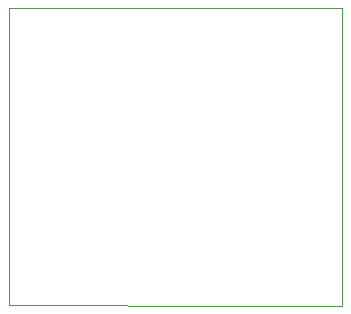
<source format=gbl>
G75*
G71*
%OFA0B0*%
%FSLAX23Y23*%
%IPPOS*%
%LPD*%
%ADD10C,0.1*%
%LPD*%D10*
X0Y55D02*
X0Y155D01*
X0Y254D01*
X0Y354D01*
X0Y454D01*
X0Y553D01*
X0Y653D01*
X0Y752D01*
X0Y852D01*
X0Y952D01*
X0Y1051D01*
X0Y1151D01*
X0Y1250D01*
X0Y1350D01*
X0Y1450D01*
X0Y1549D01*
X0Y1649D01*
X0Y1748D01*
X0Y1848D01*
X0Y1948D01*
X0Y2047D01*
X0Y2147D01*
X0Y2246D01*
X0Y2346D01*
X0Y2446D01*
X0Y2545D01*
X0Y2645D01*
X0Y2744D01*
X0Y2844D01*
X0Y2944D01*
X0Y3043D01*
X0Y3143D01*
X0Y3243D01*
X0Y3342D01*
X0Y3442D01*
X0Y3541D01*
X0Y3641D01*
X0Y3741D01*
X0Y3840D01*
X0Y3940D01*
X0Y4039D01*
X0Y4139D01*
X0Y4239D01*
X0Y4338D01*
X0Y4438D01*
X0Y4537D01*
X0Y4637D01*
X0Y4737D01*
X0Y4836D01*
X0Y4936D01*
X0Y5035D01*
X0Y5135D01*
X0Y5235D01*
X0Y5334D01*
X0Y5434D01*
X0Y5534D01*
X0Y5633D01*
X0Y5733D01*
X0Y5832D01*
X0Y5932D01*
X0Y6032D01*
X0Y6131D01*
X0Y6231D01*
X0Y6330D01*
X0Y6430D01*
X0Y6530D01*
X0Y6629D01*
X0Y6729D01*
X0Y6828D01*
X0Y6928D01*
X0Y7028D01*
X0Y7127D01*
X0Y7227D01*
X0Y7327D01*
X0Y7426D01*
X0Y7526D01*
X0Y7625D01*
X0Y7725D01*
X0Y7825D01*
X0Y7924D01*
X0Y8024D01*
X0Y8123D01*
X0Y8223D01*
X0Y8323D01*
X0Y8422D01*
X0Y8522D01*
X0Y8621D01*
X0Y8721D01*
X0Y8821D01*
X0Y8920D01*
X0Y9020D01*
X0Y9119D01*
X0Y9219D01*
X0Y9319D01*
X0Y9418D01*
X0Y9518D01*
X0Y9617D01*
X0Y9717D01*
X0Y9817D01*
X0Y9916D01*
X0Y10016D01*
X0Y10116D01*
X0Y10215D01*
X0Y10315D01*
X0Y10414D01*
X0Y10514D01*
X0Y10614D01*
X0Y10713D01*
X0Y10813D01*
X0Y10912D01*
X0Y11012D01*
X0Y11112D01*
X0Y11211D01*
X0Y11311D01*
X0Y11410D01*
X0Y11510D01*
X0Y11610D01*
X0Y11709D01*
X0Y11809D01*
X0Y11909D01*
X0Y12008D01*
X0Y12108D01*
X0Y12207D01*
X0Y12307D01*
X0Y12407D01*
X0Y12506D01*
X0Y12606D01*
X0Y12705D01*
X0Y12805D01*
X0Y12905D01*
X0Y13004D01*
X0Y13104D01*
X0Y13203D01*
X0Y13303D01*
X0Y13403D01*
X0Y13502D01*
X0Y13602D01*
X0Y13701D01*
X0Y13801D01*
X0Y13901D01*
X0Y14000D01*
X0Y14100D01*
X0Y14199D01*
X0Y14299D01*
X0Y14399D01*
X0Y14498D01*
X0Y14598D01*
X0Y14698D01*
X0Y14797D01*
X0Y14897D01*
X0Y14996D01*
X0Y15096D01*
X0Y15196D01*
X0Y15295D01*
X0Y15395D01*
X0Y15494D01*
X0Y15594D01*
X0Y15694D01*
X0Y15793D01*
X0Y15893D01*
X0Y15992D01*
X0Y16092D01*
X0Y16192D01*
X0Y16291D01*
X0Y16391D01*
X0Y16491D01*
X0Y16590D01*
X0Y16690D01*
X0Y16789D01*
X0Y16889D01*
X0Y16989D01*
X0Y17088D01*
X0Y17188D01*
X0Y17287D01*
X0Y17387D01*
X0Y17487D01*
X0Y17586D01*
X0Y17686D01*
X0Y17785D01*
X0Y17885D01*
X0Y17985D01*
X0Y18084D01*
X0Y18184D01*
X0Y18283D01*
X0Y18383D01*
X0Y18483D01*
X0Y18582D01*
X0Y18682D01*
X0Y18782D01*
X0Y18881D01*
X0Y18981D01*
X0Y19080D01*
X0Y19180D01*
X0Y19280D01*
X0Y19379D01*
X0Y19479D01*
X0Y19578D01*
X0Y19678D01*
X0Y19778D01*
X0Y19877D01*
X0Y19977D01*
X0Y20076D01*
X0Y20176D01*
X0Y20276D01*
X0Y20375D01*
X0Y20475D01*
X0Y20574D01*
X0Y20674D01*
X0Y20774D01*
X0Y20873D01*
X0Y20973D01*
X0Y21073D01*
X0Y21172D01*
X0Y21272D01*
X0Y21371D01*
X0Y21471D01*
X0Y21571D01*
X0Y21670D01*
X0Y21770D01*
X0Y21869D01*
X0Y21969D01*
X0Y22069D01*
X0Y22168D01*
X0Y22268D01*
X0Y22367D01*
X0Y22467D01*
X0Y22567D01*
X0Y22666D01*
X0Y22766D01*
X0Y22865D01*
X0Y22965D01*
X0Y23065D01*
X0Y23164D01*
X0Y23264D01*
X0Y23364D01*
X0Y23463D01*
X0Y23563D01*
X0Y23662D01*
X0Y23762D01*
X0Y23862D01*
X0Y23961D01*
X0Y24061D01*
X0Y24160D01*
X0Y24260D01*
X0Y24360D01*
X0Y24459D01*
X0Y24559D01*
X0Y24658D01*
X0Y24758D01*
X0Y24858D01*
X0Y24957D01*
X0Y25057D01*
X0Y25157D01*
X0Y25256D01*
X100Y25256D01*
X200Y25256D01*
X300Y25256D01*
X400Y25255D01*
X500Y25255D01*
X600Y25255D01*
X700Y25255D01*
X800Y25255D01*
X900Y25254D01*
X1000Y25254D01*
X1100Y25254D01*
X1200Y25254D01*
X1300Y25254D01*
X1400Y25253D01*
X1500Y25253D01*
X1600Y25253D01*
X1700Y25253D01*
X1800Y25253D01*
X1900Y25252D01*
X2000Y25252D01*
X2100Y25252D01*
X2200Y25252D01*
X2300Y25252D01*
X2399Y25251D01*
X2499Y25251D01*
X2599Y25251D01*
X2699Y25251D01*
X2799Y25251D01*
X2899Y25250D01*
X2999Y25250D01*
X3099Y25250D01*
X3199Y25250D01*
X3299Y25250D01*
X3399Y25250D01*
X3499Y25249D01*
X3599Y25249D01*
X3699Y25249D01*
X3799Y25249D01*
X3899Y25249D01*
X3999Y25248D01*
X4099Y25248D01*
X4199Y25248D01*
X4299Y25248D01*
X4399Y25248D01*
X4499Y25247D01*
X4599Y25247D01*
X4699Y25247D01*
X4799Y25247D01*
X4899Y25247D01*
X4999Y25246D01*
X5099Y25246D01*
X5199Y25246D01*
X5299Y25246D01*
X5399Y25246D01*
X5499Y25245D01*
X5599Y25245D01*
X5699Y25245D01*
X5799Y25245D01*
X5899Y25245D01*
X5999Y25244D01*
X6099Y25244D01*
X6199Y25244D01*
X6299Y25244D01*
X6399Y25244D01*
X6499Y25243D01*
X6599Y25243D01*
X6699Y25243D01*
X6799Y25243D01*
X6898Y25243D01*
X6998Y25242D01*
X7098Y25242D01*
X7198Y25242D01*
X7298Y25242D01*
X7398Y25242D01*
X7498Y25242D01*
X7598Y25241D01*
X7698Y25241D01*
X7798Y25241D01*
X7898Y25241D01*
X7998Y25241D01*
X8098Y25240D01*
X8198Y25240D01*
X8298Y25240D01*
X8398Y25240D01*
X8498Y25240D01*
X8598Y25239D01*
X8698Y25239D01*
X8798Y25239D01*
X8898Y25239D01*
X8998Y25239D01*
X9098Y25238D01*
X9198Y25238D01*
X9298Y25238D01*
X9398Y25238D01*
X9498Y25238D01*
X9598Y25237D01*
X9698Y25237D01*
X9798Y25237D01*
X9898Y25237D01*
X9998Y25237D01*
X10098Y25236D01*
X10198Y25236D01*
X10298Y25236D01*
X10398Y25236D01*
X10498Y25236D01*
X10598Y25235D01*
X10698Y25235D01*
X10798Y25235D01*
X10898Y25235D01*
X10998Y25235D01*
X11098Y25234D01*
X11198Y25234D01*
X11298Y25234D01*
X11398Y25234D01*
X11497Y25234D01*
X11597Y25233D01*
X11697Y25233D01*
X11797Y25233D01*
X11897Y25233D01*
X11997Y25233D01*
X12097Y25233D01*
X12197Y25232D01*
X12297Y25232D01*
X12397Y25232D01*
X12497Y25232D01*
X12597Y25232D01*
X12697Y25231D01*
X12797Y25231D01*
X12897Y25231D01*
X12997Y25231D01*
X13097Y25231D01*
X13197Y25230D01*
X13297Y25230D01*
X13397Y25230D01*
X13497Y25230D01*
X13597Y25230D01*
X13697Y25229D01*
X13797Y25229D01*
X13897Y25229D01*
X13997Y25229D01*
X14097Y25229D01*
X14197Y25228D01*
X14297Y25228D01*
X14397Y25228D01*
X14497Y25228D01*
X14597Y25228D01*
X14697Y25227D01*
X14797Y25227D01*
X14897Y25227D01*
X14997Y25227D01*
X15097Y25227D01*
X15197Y25226D01*
X15297Y25226D01*
X15397Y25226D01*
X15497Y25226D01*
X15597Y25226D01*
X15697Y25225D01*
X15797Y25225D01*
X15897Y25225D01*
X15997Y25225D01*
X16097Y25225D01*
X16196Y25225D01*
X16296Y25224D01*
X16396Y25224D01*
X16496Y25224D01*
X16596Y25224D01*
X16696Y25224D01*
X16796Y25223D01*
X16896Y25223D01*
X16996Y25223D01*
X17096Y25223D01*
X17196Y25223D01*
X17296Y25222D01*
X17396Y25222D01*
X17496Y25222D01*
X17596Y25222D01*
X17696Y25222D01*
X17796Y25221D01*
X17896Y25221D01*
X17996Y25221D01*
X18096Y25221D01*
X18196Y25221D01*
X18296Y25220D01*
X18396Y25220D01*
X18496Y25220D01*
X18596Y25220D01*
X18696Y25220D01*
X18796Y25219D01*
X18896Y25219D01*
X18996Y25219D01*
X19096Y25219D01*
X19196Y25219D01*
X19296Y25218D01*
X19396Y25218D01*
X19496Y25218D01*
X19596Y25218D01*
X19696Y25218D01*
X19796Y25217D01*
X19896Y25217D01*
X19996Y25217D01*
X20096Y25217D01*
X20196Y25217D01*
X20296Y25217D01*
X20396Y25216D01*
X20496Y25216D01*
X20596Y25216D01*
X20696Y25216D01*
X20795Y25216D01*
X20895Y25215D01*
X20995Y25215D01*
X21095Y25215D01*
X21195Y25215D01*
X21295Y25215D01*
X21395Y25214D01*
X21495Y25214D01*
X21595Y25214D01*
X21695Y25214D01*
X21795Y25214D01*
X21895Y25213D01*
X21995Y25213D01*
X22095Y25213D01*
X22195Y25213D01*
X22295Y25213D01*
X22395Y25212D01*
X22495Y25212D01*
X22595Y25212D01*
X22695Y25212D01*
X22795Y25212D01*
X22895Y25211D01*
X22995Y25211D01*
X23095Y25211D01*
X23195Y25211D01*
X23295Y25211D01*
X23395Y25210D01*
X23495Y25210D01*
X23595Y25210D01*
X23695Y25210D01*
X23795Y25210D01*
X23895Y25209D01*
X23995Y25209D01*
X24095Y25209D01*
X24195Y25209D01*
X24295Y25209D01*
X24395Y25208D01*
X24495Y25208D01*
X24595Y25208D01*
X24695Y25208D01*
X24795Y25208D01*
X24895Y25208D01*
X24995Y25207D01*
X25095Y25207D01*
X25195Y25207D01*
X25295Y25207D01*
X25395Y25207D01*
X25495Y25206D01*
X25594Y25206D01*
X25694Y25206D01*
X25794Y25206D01*
X25894Y25206D01*
X25994Y25205D01*
X26094Y25205D01*
X26194Y25205D01*
X26294Y25205D01*
X26394Y25205D01*
X26494Y25204D01*
X26594Y25204D01*
X26694Y25204D01*
X26794Y25204D01*
X26894Y25204D01*
X26994Y25203D01*
X27094Y25203D01*
X27194Y25203D01*
X27294Y25203D01*
X27394Y25203D01*
X27494Y25202D01*
X27594Y25202D01*
X27694Y25202D01*
X27794Y25202D01*
X27894Y25202D01*
X27994Y25201D01*
X28094Y25201D01*
X28194Y25201D01*
X28194Y25101D01*
X28194Y25002D01*
X28194Y24902D01*
X28194Y24803D01*
X28194Y24703D01*
X28194Y24603D01*
X28194Y24504D01*
X28194Y24404D01*
X28194Y24305D01*
X28194Y24205D01*
X28194Y24105D01*
X28194Y24006D01*
X28194Y23906D01*
X28194Y23807D01*
X28194Y23707D01*
X28194Y23607D01*
X28194Y23508D01*
X28194Y23408D01*
X28194Y23309D01*
X28194Y23209D01*
X28194Y23109D01*
X28194Y23010D01*
X28194Y22910D01*
X28194Y22810D01*
X28194Y22711D01*
X28194Y22611D01*
X28194Y22512D01*
X28194Y22412D01*
X28194Y22312D01*
X28194Y22213D01*
X28194Y22113D01*
X28194Y22014D01*
X28194Y21914D01*
X28194Y21814D01*
X28194Y21715D01*
X28194Y21615D01*
X28194Y21516D01*
X28194Y21416D01*
X28194Y21316D01*
X28194Y21217D01*
X28194Y21117D01*
X28194Y21018D01*
X28194Y20918D01*
X28194Y20818D01*
X28194Y20719D01*
X28194Y20619D01*
X28194Y20519D01*
X28194Y20420D01*
X28194Y20320D01*
X28194Y20221D01*
X28194Y20121D01*
X28194Y20021D01*
X28194Y19922D01*
X28194Y19822D01*
X28194Y19723D01*
X28194Y19623D01*
X28194Y19523D01*
X28194Y19424D01*
X28194Y19324D01*
X28194Y19225D01*
X28194Y19125D01*
X28194Y19025D01*
X28194Y18926D01*
X28194Y18826D01*
X28194Y18727D01*
X28194Y18627D01*
X28194Y18527D01*
X28194Y18428D01*
X28194Y18328D01*
X28194Y18228D01*
X28194Y18129D01*
X28194Y18029D01*
X28194Y17930D01*
X28194Y17830D01*
X28194Y17730D01*
X28194Y17631D01*
X28194Y17531D01*
X28194Y17432D01*
X28194Y17332D01*
X28194Y17232D01*
X28194Y17133D01*
X28194Y17033D01*
X28194Y16934D01*
X28194Y16834D01*
X28194Y16734D01*
X28194Y16635D01*
X28194Y16535D01*
X28194Y16436D01*
X28194Y16336D01*
X28194Y16236D01*
X28194Y16137D01*
X28194Y16037D01*
X28194Y15937D01*
X28194Y15838D01*
X28194Y15738D01*
X28194Y15639D01*
X28194Y15539D01*
X28194Y15439D01*
X28194Y15340D01*
X28194Y15240D01*
X28194Y15141D01*
X28194Y15041D01*
X28194Y14941D01*
X28194Y14842D01*
X28194Y14742D01*
X28194Y14643D01*
X28194Y14543D01*
X28194Y14443D01*
X28194Y14344D01*
X28194Y14244D01*
X28194Y14145D01*
X28194Y14045D01*
X28194Y13945D01*
X28194Y13846D01*
X28194Y13746D01*
X28194Y13646D01*
X28194Y13547D01*
X28194Y13447D01*
X28194Y13348D01*
X28194Y13248D01*
X28194Y13148D01*
X28194Y13049D01*
X28194Y12949D01*
X28194Y12850D01*
X28194Y12750D01*
X28194Y12650D01*
X28194Y12551D01*
X28194Y12451D01*
X28194Y12352D01*
X28194Y12252D01*
X28194Y12152D01*
X28194Y12053D01*
X28194Y11953D01*
X28194Y11854D01*
X28194Y11754D01*
X28194Y11654D01*
X28194Y11555D01*
X28194Y11455D01*
X28194Y11355D01*
X28194Y11256D01*
X28194Y11156D01*
X28194Y11057D01*
X28194Y10957D01*
X28194Y10857D01*
X28194Y10758D01*
X28194Y10658D01*
X28194Y10559D01*
X28194Y10459D01*
X28194Y10359D01*
X28194Y10260D01*
X28194Y10160D01*
X28194Y10061D01*
X28194Y9961D01*
X28194Y9861D01*
X28194Y9762D01*
X28194Y9662D01*
X28194Y9563D01*
X28194Y9463D01*
X28194Y9363D01*
X28194Y9264D01*
X28194Y9164D01*
X28194Y9064D01*
X28194Y8965D01*
X28194Y8865D01*
X28194Y8766D01*
X28194Y8666D01*
X28194Y8566D01*
X28194Y8467D01*
X28194Y8367D01*
X28194Y8268D01*
X28194Y8168D01*
X28194Y8068D01*
X28194Y7969D01*
X28194Y7869D01*
X28194Y7770D01*
X28194Y7670D01*
X28194Y7570D01*
X28194Y7471D01*
X28194Y7371D01*
X28194Y7272D01*
X28194Y7172D01*
X28194Y7072D01*
X28194Y6973D01*
X28194Y6873D01*
X28194Y6773D01*
X28194Y6674D01*
X28194Y6574D01*
X28194Y6475D01*
X28194Y6375D01*
X28194Y6275D01*
X28194Y6176D01*
X28194Y6076D01*
X28194Y5977D01*
X28194Y5877D01*
X28194Y5777D01*
X28194Y5678D01*
X28194Y5578D01*
X28194Y5479D01*
X28194Y5379D01*
X28194Y5279D01*
X28194Y5180D01*
X28194Y5080D01*
X28194Y4981D01*
X28194Y4881D01*
X28194Y4781D01*
X28194Y4682D01*
X28194Y4582D01*
X28194Y4482D01*
X28194Y4383D01*
X28194Y4283D01*
X28194Y4184D01*
X28194Y4084D01*
X28194Y3984D01*
X28194Y3885D01*
X28194Y3785D01*
X28194Y3686D01*
X28194Y3586D01*
X28194Y3486D01*
X28194Y3387D01*
X28194Y3287D01*
X28194Y3188D01*
X28194Y3088D01*
X28194Y2988D01*
X28194Y2889D01*
X28194Y2789D01*
X28194Y2689D01*
X28194Y2590D01*
X28194Y2490D01*
X28194Y2391D01*
X28194Y2291D01*
X28194Y2191D01*
X28194Y2092D01*
X28194Y1992D01*
X28194Y1893D01*
X28194Y1793D01*
X28194Y1693D01*
X28194Y1594D01*
X28194Y1494D01*
X28194Y1395D01*
X28194Y1295D01*
X28194Y1195D01*
X28194Y1096D01*
X28194Y996D01*
X28194Y897D01*
X28194Y797D01*
X28194Y697D01*
X28194Y598D01*
X28194Y498D01*
X28194Y398D01*
X28194Y299D01*
X28194Y199D01*
X28194Y100D01*
X28194Y0D01*
X28094Y0D01*
X27994Y0D01*
X27894Y1D01*
X27794Y1D01*
X27694Y1D01*
X27594Y1D01*
X27494Y1D01*
X27394Y2D01*
X27294Y2D01*
X27194Y2D01*
X27094Y2D01*
X26994Y2D01*
X26894Y3D01*
X26794Y3D01*
X26694Y3D01*
X26594Y3D01*
X26494Y3D01*
X26394Y4D01*
X26294Y4D01*
X26194Y4D01*
X26094Y4D01*
X25994Y4D01*
X25894Y4D01*
X25795Y5D01*
X25695Y5D01*
X25595Y5D01*
X25495Y5D01*
X25395Y5D01*
X25295Y6D01*
X25195Y6D01*
X25095Y6D01*
X24995Y6D01*
X24895Y6D01*
X24795Y7D01*
X24695Y7D01*
X24595Y7D01*
X24495Y7D01*
X24395Y7D01*
X24295Y8D01*
X24195Y8D01*
X24095Y8D01*
X23995Y8D01*
X23895Y8D01*
X23795Y9D01*
X23695Y9D01*
X23595Y9D01*
X23495Y9D01*
X23395Y9D01*
X23295Y10D01*
X23195Y10D01*
X23095Y10D01*
X22995Y10D01*
X22895Y10D01*
X22795Y11D01*
X22695Y11D01*
X22595Y11D01*
X22495Y11D01*
X22395Y11D01*
X22295Y12D01*
X22195Y12D01*
X22095Y12D01*
X21995Y12D01*
X21895Y12D01*
X21795Y12D01*
X21695Y13D01*
X21595Y13D01*
X21495Y13D01*
X21395Y13D01*
X21296Y13D01*
X21196Y14D01*
X21096Y14D01*
X20996Y14D01*
X20896Y14D01*
X20796Y14D01*
X20696Y15D01*
X20596Y15D01*
X20496Y15D01*
X20396Y15D01*
X20296Y15D01*
X20196Y16D01*
X20096Y16D01*
X19996Y16D01*
X19896Y16D01*
X19796Y16D01*
X19696Y17D01*
X19596Y17D01*
X19496Y17D01*
X19396Y17D01*
X19296Y17D01*
X19196Y18D01*
X19096Y18D01*
X18996Y18D01*
X18896Y18D01*
X18796Y18D01*
X18696Y19D01*
X18596Y19D01*
X18496Y19D01*
X18396Y19D01*
X18296Y19D01*
X18196Y20D01*
X18096Y20D01*
X17996Y20D01*
X17896Y20D01*
X17796Y20D01*
X17696Y21D01*
X17596Y21D01*
X17496Y21D01*
X17396Y21D01*
X17296Y21D01*
X17196Y21D01*
X17096Y22D01*
X16996Y22D01*
X16896Y22D01*
X16796Y22D01*
X16697Y22D01*
X16597Y23D01*
X16497Y23D01*
X16397Y23D01*
X16297Y23D01*
X16197Y23D01*
X16097Y24D01*
X15997Y24D01*
X15897Y24D01*
X15797Y24D01*
X15697Y24D01*
X15597Y25D01*
X15497Y25D01*
X15397Y25D01*
X15297Y25D01*
X15197Y25D01*
X15097Y26D01*
X14997Y26D01*
X14897Y26D01*
X14797Y26D01*
X14697Y26D01*
X14597Y27D01*
X14497Y27D01*
X14397Y27D01*
X14297Y27D01*
X14197Y27D01*
X14097Y28D01*
X13997Y28D01*
X13897Y28D01*
X13797Y28D01*
X13697Y28D01*
X13597Y29D01*
X13497Y29D01*
X13397Y29D01*
X13297Y29D01*
X13197Y29D01*
X13097Y29D01*
X12997Y30D01*
X12897Y30D01*
X12797Y30D01*
X12697Y30D01*
X12597Y30D01*
X12497Y31D01*
X12397Y31D01*
X12297Y31D01*
X12197Y31D01*
X12097Y31D01*
X11998Y32D01*
X11898Y32D01*
X11798Y32D01*
X11698Y32D01*
X11598Y32D01*
X11498Y33D01*
X11398Y33D01*
X11298Y33D01*
X11198Y33D01*
X11098Y33D01*
X10998Y34D01*
X10898Y34D01*
X10798Y34D01*
X10698Y34D01*
X10598Y34D01*
X10498Y35D01*
X10398Y35D01*
X10298Y35D01*
X10198Y35D01*
X10098Y35D01*
X9998Y36D01*
X9898Y36D01*
X9798Y36D01*
X9698Y36D01*
X9598Y36D01*
X9498Y37D01*
X9398Y37D01*
X9298Y37D01*
X9198Y37D01*
X9098Y37D01*
X8998Y37D01*
X8898Y38D01*
X8798Y38D01*
X8698Y38D01*
X8598Y38D01*
X8498Y38D01*
X8398Y39D01*
X8298Y39D01*
X8198Y39D01*
X8098Y39D01*
X7998Y39D01*
X7898Y40D01*
X7798Y40D01*
X7698Y40D01*
X7598Y40D01*
X7498Y40D01*
X7399Y41D01*
X7299Y41D01*
X7199Y41D01*
X7099Y41D01*
X6999Y41D01*
X6899Y42D01*
X6799Y42D01*
X6699Y42D01*
X6599Y42D01*
X6499Y42D01*
X6399Y43D01*
X6299Y43D01*
X6199Y43D01*
X6099Y43D01*
X5999Y43D01*
X5899Y44D01*
X5799Y44D01*
X5699Y44D01*
X5599Y44D01*
X5499Y44D01*
X5399Y45D01*
X5299Y45D01*
X5199Y45D01*
X5099Y45D01*
X4999Y45D01*
X4899Y46D01*
X4799Y46D01*
X4699Y46D01*
X4599Y46D01*
X4499Y46D01*
X4399Y46D01*
X4299Y47D01*
X4199Y47D01*
X4099Y47D01*
X3999Y47D01*
X3899Y47D01*
X3799Y48D01*
X3699Y48D01*
X3599Y48D01*
X3499Y48D01*
X3399Y48D01*
X3299Y49D01*
X3199Y49D01*
X3099Y49D01*
X2999Y49D01*
X2899Y49D01*
X2799Y50D01*
X2699Y50D01*
X2600Y50D01*
X2500Y50D01*
X2400Y50D01*
X2300Y51D01*
X2200Y51D01*
X2100Y51D01*
X2000Y51D01*
X1900Y51D01*
X1800Y52D01*
X1700Y52D01*
X1600Y52D01*
X1500Y52D01*
X1400Y52D01*
X1300Y53D01*
X1200Y53D01*
X1100Y53D01*
X1000Y53D01*
X900Y53D01*
X800Y54D01*
X700Y54D01*
X600Y54D01*
X500Y54D01*
X400Y54D01*
X300Y54D01*
X200Y55D01*
X100Y55D01*
X0Y55D01*
X0Y55D01*
M02*

</source>
